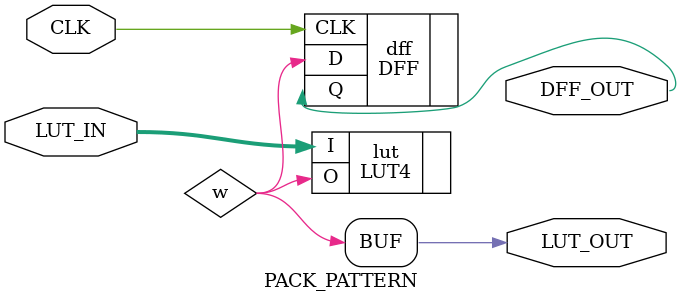
<source format=v>
/*
 * Copyright (C) 2020  The SymbiFlow Authors.
 *
 * Use of this source code is governed by a ISC-style
 * license that can be found in the LICENSE file or at
 * https://opensource.org/licenses/ISC
 *
 * SPDX-License-Identifier:	ISC
 */

`include "lut/lut4.sim.v"
`include "dff/dff.sim.v"

module PACK_PATTERN (
    CLK,
    LUT_IN,
    LUT_OUT,
    DFF_OUT
);
    input wire CLK;
    input wire [3:0] LUT_IN;

    output wire LUT_OUT;
    output wire DFF_OUT;

    wire w;

    LUT4 lut (.I(LUT_IN), .O(w));
    DFF dff (.CLK(CLK), .D(w), .Q(DFF_OUT));

    assign LUT_OUT = w;
endmodule

</source>
